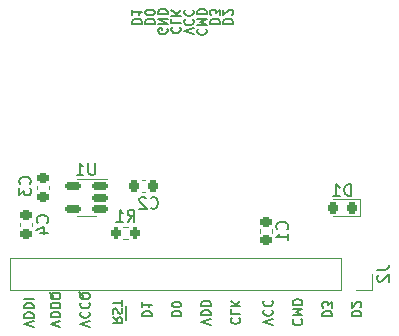
<source format=gbr>
%TF.GenerationSoftware,KiCad,Pcbnew,7.0.7*%
%TF.CreationDate,2023-10-03T14:25:23+02:00*%
%TF.ProjectId,emmc-adapter,656d6d63-2d61-4646-9170-7465722e6b69,rev?*%
%TF.SameCoordinates,Original*%
%TF.FileFunction,Legend,Bot*%
%TF.FilePolarity,Positive*%
%FSLAX46Y46*%
G04 Gerber Fmt 4.6, Leading zero omitted, Abs format (unit mm)*
G04 Created by KiCad (PCBNEW 7.0.7) date 2023-10-03 14:25:23*
%MOMM*%
%LPD*%
G01*
G04 APERTURE LIST*
G04 Aperture macros list*
%AMRoundRect*
0 Rectangle with rounded corners*
0 $1 Rounding radius*
0 $2 $3 $4 $5 $6 $7 $8 $9 X,Y pos of 4 corners*
0 Add a 4 corners polygon primitive as box body*
4,1,4,$2,$3,$4,$5,$6,$7,$8,$9,$2,$3,0*
0 Add four circle primitives for the rounded corners*
1,1,$1+$1,$2,$3*
1,1,$1+$1,$4,$5*
1,1,$1+$1,$6,$7*
1,1,$1+$1,$8,$9*
0 Add four rect primitives between the rounded corners*
20,1,$1+$1,$2,$3,$4,$5,0*
20,1,$1+$1,$4,$5,$6,$7,0*
20,1,$1+$1,$6,$7,$8,$9,0*
20,1,$1+$1,$8,$9,$2,$3,0*%
G04 Aperture macros list end*
%ADD10C,0.150000*%
%ADD11C,0.120000*%
%ADD12C,1.000000*%
%ADD13R,0.800000X2.900000*%
%ADD14R,0.800000X3.200000*%
%ADD15R,1.700000X1.700000*%
%ADD16O,1.700000X1.700000*%
%ADD17RoundRect,0.225000X0.250000X-0.225000X0.250000X0.225000X-0.250000X0.225000X-0.250000X-0.225000X0*%
%ADD18RoundRect,0.200000X0.200000X0.275000X-0.200000X0.275000X-0.200000X-0.275000X0.200000X-0.275000X0*%
%ADD19RoundRect,0.225000X-0.225000X-0.250000X0.225000X-0.250000X0.225000X0.250000X-0.225000X0.250000X0*%
%ADD20RoundRect,0.218750X0.218750X0.256250X-0.218750X0.256250X-0.218750X-0.256250X0.218750X-0.256250X0*%
%ADD21RoundRect,0.150000X0.512500X0.150000X-0.512500X0.150000X-0.512500X-0.150000X0.512500X-0.150000X0*%
G04 APERTURE END LIST*
D10*
X120637704Y-56590475D02*
X121437704Y-56590475D01*
X121437704Y-56590475D02*
X121437704Y-56399999D01*
X121437704Y-56399999D02*
X121399609Y-56285713D01*
X121399609Y-56285713D02*
X121323419Y-56209523D01*
X121323419Y-56209523D02*
X121247228Y-56171428D01*
X121247228Y-56171428D02*
X121094847Y-56133332D01*
X121094847Y-56133332D02*
X120980561Y-56133332D01*
X120980561Y-56133332D02*
X120828180Y-56171428D01*
X120828180Y-56171428D02*
X120751990Y-56209523D01*
X120751990Y-56209523D02*
X120675800Y-56285713D01*
X120675800Y-56285713D02*
X120637704Y-56399999D01*
X120637704Y-56399999D02*
X120637704Y-56590475D01*
X121437704Y-55866666D02*
X121437704Y-55371428D01*
X121437704Y-55371428D02*
X121132942Y-55638094D01*
X121132942Y-55638094D02*
X121132942Y-55523809D01*
X121132942Y-55523809D02*
X121094847Y-55447618D01*
X121094847Y-55447618D02*
X121056752Y-55409523D01*
X121056752Y-55409523D02*
X120980561Y-55371428D01*
X120980561Y-55371428D02*
X120790085Y-55371428D01*
X120790085Y-55371428D02*
X120713895Y-55409523D01*
X120713895Y-55409523D02*
X120675800Y-55447618D01*
X120675800Y-55447618D02*
X120637704Y-55523809D01*
X120637704Y-55523809D02*
X120637704Y-55752380D01*
X120637704Y-55752380D02*
X120675800Y-55828571D01*
X120675800Y-55828571D02*
X120713895Y-55866666D01*
X119613895Y-57009523D02*
X119575800Y-57047619D01*
X119575800Y-57047619D02*
X119537704Y-57161904D01*
X119537704Y-57161904D02*
X119537704Y-57238095D01*
X119537704Y-57238095D02*
X119575800Y-57352381D01*
X119575800Y-57352381D02*
X119651990Y-57428571D01*
X119651990Y-57428571D02*
X119728180Y-57466666D01*
X119728180Y-57466666D02*
X119880561Y-57504762D01*
X119880561Y-57504762D02*
X119994847Y-57504762D01*
X119994847Y-57504762D02*
X120147228Y-57466666D01*
X120147228Y-57466666D02*
X120223419Y-57428571D01*
X120223419Y-57428571D02*
X120299609Y-57352381D01*
X120299609Y-57352381D02*
X120337704Y-57238095D01*
X120337704Y-57238095D02*
X120337704Y-57161904D01*
X120337704Y-57161904D02*
X120299609Y-57047619D01*
X120299609Y-57047619D02*
X120261514Y-57009523D01*
X119537704Y-56666666D02*
X120337704Y-56666666D01*
X120337704Y-56666666D02*
X119766276Y-56400000D01*
X119766276Y-56400000D02*
X120337704Y-56133333D01*
X120337704Y-56133333D02*
X119537704Y-56133333D01*
X119537704Y-55752380D02*
X120337704Y-55752380D01*
X120337704Y-55752380D02*
X120337704Y-55561904D01*
X120337704Y-55561904D02*
X120299609Y-55447618D01*
X120299609Y-55447618D02*
X120223419Y-55371428D01*
X120223419Y-55371428D02*
X120147228Y-55333333D01*
X120147228Y-55333333D02*
X119994847Y-55295237D01*
X119994847Y-55295237D02*
X119880561Y-55295237D01*
X119880561Y-55295237D02*
X119728180Y-55333333D01*
X119728180Y-55333333D02*
X119651990Y-55371428D01*
X119651990Y-55371428D02*
X119575800Y-55447618D01*
X119575800Y-55447618D02*
X119537704Y-55561904D01*
X119537704Y-55561904D02*
X119537704Y-55752380D01*
X119237704Y-57466666D02*
X118437704Y-57199999D01*
X118437704Y-57199999D02*
X119237704Y-56933333D01*
X118513895Y-56209523D02*
X118475800Y-56247619D01*
X118475800Y-56247619D02*
X118437704Y-56361904D01*
X118437704Y-56361904D02*
X118437704Y-56438095D01*
X118437704Y-56438095D02*
X118475800Y-56552381D01*
X118475800Y-56552381D02*
X118551990Y-56628571D01*
X118551990Y-56628571D02*
X118628180Y-56666666D01*
X118628180Y-56666666D02*
X118780561Y-56704762D01*
X118780561Y-56704762D02*
X118894847Y-56704762D01*
X118894847Y-56704762D02*
X119047228Y-56666666D01*
X119047228Y-56666666D02*
X119123419Y-56628571D01*
X119123419Y-56628571D02*
X119199609Y-56552381D01*
X119199609Y-56552381D02*
X119237704Y-56438095D01*
X119237704Y-56438095D02*
X119237704Y-56361904D01*
X119237704Y-56361904D02*
X119199609Y-56247619D01*
X119199609Y-56247619D02*
X119161514Y-56209523D01*
X118513895Y-55409523D02*
X118475800Y-55447619D01*
X118475800Y-55447619D02*
X118437704Y-55561904D01*
X118437704Y-55561904D02*
X118437704Y-55638095D01*
X118437704Y-55638095D02*
X118475800Y-55752381D01*
X118475800Y-55752381D02*
X118551990Y-55828571D01*
X118551990Y-55828571D02*
X118628180Y-55866666D01*
X118628180Y-55866666D02*
X118780561Y-55904762D01*
X118780561Y-55904762D02*
X118894847Y-55904762D01*
X118894847Y-55904762D02*
X119047228Y-55866666D01*
X119047228Y-55866666D02*
X119123419Y-55828571D01*
X119123419Y-55828571D02*
X119199609Y-55752381D01*
X119199609Y-55752381D02*
X119237704Y-55638095D01*
X119237704Y-55638095D02*
X119237704Y-55561904D01*
X119237704Y-55561904D02*
X119199609Y-55447619D01*
X119199609Y-55447619D02*
X119161514Y-55409523D01*
X117413895Y-56876189D02*
X117375800Y-56914285D01*
X117375800Y-56914285D02*
X117337704Y-57028570D01*
X117337704Y-57028570D02*
X117337704Y-57104761D01*
X117337704Y-57104761D02*
X117375800Y-57219047D01*
X117375800Y-57219047D02*
X117451990Y-57295237D01*
X117451990Y-57295237D02*
X117528180Y-57333332D01*
X117528180Y-57333332D02*
X117680561Y-57371428D01*
X117680561Y-57371428D02*
X117794847Y-57371428D01*
X117794847Y-57371428D02*
X117947228Y-57333332D01*
X117947228Y-57333332D02*
X118023419Y-57295237D01*
X118023419Y-57295237D02*
X118099609Y-57219047D01*
X118099609Y-57219047D02*
X118137704Y-57104761D01*
X118137704Y-57104761D02*
X118137704Y-57028570D01*
X118137704Y-57028570D02*
X118099609Y-56914285D01*
X118099609Y-56914285D02*
X118061514Y-56876189D01*
X117337704Y-56152380D02*
X117337704Y-56533332D01*
X117337704Y-56533332D02*
X118137704Y-56533332D01*
X117337704Y-55885713D02*
X118137704Y-55885713D01*
X117337704Y-55428570D02*
X117794847Y-55771428D01*
X118137704Y-55428570D02*
X117680561Y-55885713D01*
X116985609Y-56997523D02*
X117023704Y-57073713D01*
X117023704Y-57073713D02*
X117023704Y-57187999D01*
X117023704Y-57187999D02*
X116985609Y-57302285D01*
X116985609Y-57302285D02*
X116909419Y-57378475D01*
X116909419Y-57378475D02*
X116833228Y-57416570D01*
X116833228Y-57416570D02*
X116680847Y-57454666D01*
X116680847Y-57454666D02*
X116566561Y-57454666D01*
X116566561Y-57454666D02*
X116414180Y-57416570D01*
X116414180Y-57416570D02*
X116337990Y-57378475D01*
X116337990Y-57378475D02*
X116261800Y-57302285D01*
X116261800Y-57302285D02*
X116223704Y-57187999D01*
X116223704Y-57187999D02*
X116223704Y-57111808D01*
X116223704Y-57111808D02*
X116261800Y-56997523D01*
X116261800Y-56997523D02*
X116299895Y-56959427D01*
X116299895Y-56959427D02*
X116566561Y-56959427D01*
X116566561Y-56959427D02*
X116566561Y-57111808D01*
X116223704Y-56616570D02*
X117023704Y-56616570D01*
X117023704Y-56616570D02*
X116223704Y-56159427D01*
X116223704Y-56159427D02*
X117023704Y-56159427D01*
X116223704Y-55778475D02*
X117023704Y-55778475D01*
X117023704Y-55778475D02*
X117023704Y-55587999D01*
X117023704Y-55587999D02*
X116985609Y-55473713D01*
X116985609Y-55473713D02*
X116909419Y-55397523D01*
X116909419Y-55397523D02*
X116833228Y-55359428D01*
X116833228Y-55359428D02*
X116680847Y-55321332D01*
X116680847Y-55321332D02*
X116566561Y-55321332D01*
X116566561Y-55321332D02*
X116414180Y-55359428D01*
X116414180Y-55359428D02*
X116337990Y-55397523D01*
X116337990Y-55397523D02*
X116261800Y-55473713D01*
X116261800Y-55473713D02*
X116223704Y-55587999D01*
X116223704Y-55587999D02*
X116223704Y-55778475D01*
X115137704Y-56590475D02*
X115937704Y-56590475D01*
X115937704Y-56590475D02*
X115937704Y-56399999D01*
X115937704Y-56399999D02*
X115899609Y-56285713D01*
X115899609Y-56285713D02*
X115823419Y-56209523D01*
X115823419Y-56209523D02*
X115747228Y-56171428D01*
X115747228Y-56171428D02*
X115594847Y-56133332D01*
X115594847Y-56133332D02*
X115480561Y-56133332D01*
X115480561Y-56133332D02*
X115328180Y-56171428D01*
X115328180Y-56171428D02*
X115251990Y-56209523D01*
X115251990Y-56209523D02*
X115175800Y-56285713D01*
X115175800Y-56285713D02*
X115137704Y-56399999D01*
X115137704Y-56399999D02*
X115137704Y-56590475D01*
X115937704Y-55638094D02*
X115937704Y-55561904D01*
X115937704Y-55561904D02*
X115899609Y-55485713D01*
X115899609Y-55485713D02*
X115861514Y-55447618D01*
X115861514Y-55447618D02*
X115785323Y-55409523D01*
X115785323Y-55409523D02*
X115632942Y-55371428D01*
X115632942Y-55371428D02*
X115442466Y-55371428D01*
X115442466Y-55371428D02*
X115290085Y-55409523D01*
X115290085Y-55409523D02*
X115213895Y-55447618D01*
X115213895Y-55447618D02*
X115175800Y-55485713D01*
X115175800Y-55485713D02*
X115137704Y-55561904D01*
X115137704Y-55561904D02*
X115137704Y-55638094D01*
X115137704Y-55638094D02*
X115175800Y-55714285D01*
X115175800Y-55714285D02*
X115213895Y-55752380D01*
X115213895Y-55752380D02*
X115290085Y-55790475D01*
X115290085Y-55790475D02*
X115442466Y-55828571D01*
X115442466Y-55828571D02*
X115632942Y-55828571D01*
X115632942Y-55828571D02*
X115785323Y-55790475D01*
X115785323Y-55790475D02*
X115861514Y-55752380D01*
X115861514Y-55752380D02*
X115899609Y-55714285D01*
X115899609Y-55714285D02*
X115937704Y-55638094D01*
X114037704Y-56590475D02*
X114837704Y-56590475D01*
X114837704Y-56590475D02*
X114837704Y-56399999D01*
X114837704Y-56399999D02*
X114799609Y-56285713D01*
X114799609Y-56285713D02*
X114723419Y-56209523D01*
X114723419Y-56209523D02*
X114647228Y-56171428D01*
X114647228Y-56171428D02*
X114494847Y-56133332D01*
X114494847Y-56133332D02*
X114380561Y-56133332D01*
X114380561Y-56133332D02*
X114228180Y-56171428D01*
X114228180Y-56171428D02*
X114151990Y-56209523D01*
X114151990Y-56209523D02*
X114075800Y-56285713D01*
X114075800Y-56285713D02*
X114037704Y-56399999D01*
X114037704Y-56399999D02*
X114037704Y-56590475D01*
X114037704Y-55371428D02*
X114037704Y-55828571D01*
X114037704Y-55599999D02*
X114837704Y-55599999D01*
X114837704Y-55599999D02*
X114723419Y-55676190D01*
X114723419Y-55676190D02*
X114647228Y-55752380D01*
X114647228Y-55752380D02*
X114609133Y-55828571D01*
X121737704Y-56590475D02*
X122537704Y-56590475D01*
X122537704Y-56590475D02*
X122537704Y-56399999D01*
X122537704Y-56399999D02*
X122499609Y-56285713D01*
X122499609Y-56285713D02*
X122423419Y-56209523D01*
X122423419Y-56209523D02*
X122347228Y-56171428D01*
X122347228Y-56171428D02*
X122194847Y-56133332D01*
X122194847Y-56133332D02*
X122080561Y-56133332D01*
X122080561Y-56133332D02*
X121928180Y-56171428D01*
X121928180Y-56171428D02*
X121851990Y-56209523D01*
X121851990Y-56209523D02*
X121775800Y-56285713D01*
X121775800Y-56285713D02*
X121737704Y-56399999D01*
X121737704Y-56399999D02*
X121737704Y-56590475D01*
X122461514Y-55828571D02*
X122499609Y-55790475D01*
X122499609Y-55790475D02*
X122537704Y-55714285D01*
X122537704Y-55714285D02*
X122537704Y-55523809D01*
X122537704Y-55523809D02*
X122499609Y-55447618D01*
X122499609Y-55447618D02*
X122461514Y-55409523D01*
X122461514Y-55409523D02*
X122385323Y-55371428D01*
X122385323Y-55371428D02*
X122309133Y-55371428D01*
X122309133Y-55371428D02*
X122194847Y-55409523D01*
X122194847Y-55409523D02*
X121737704Y-55866666D01*
X121737704Y-55866666D02*
X121737704Y-55371428D01*
X117387704Y-81340475D02*
X118187704Y-81340475D01*
X118187704Y-81340475D02*
X118187704Y-81149999D01*
X118187704Y-81149999D02*
X118149609Y-81035713D01*
X118149609Y-81035713D02*
X118073419Y-80959523D01*
X118073419Y-80959523D02*
X117997228Y-80921428D01*
X117997228Y-80921428D02*
X117844847Y-80883332D01*
X117844847Y-80883332D02*
X117730561Y-80883332D01*
X117730561Y-80883332D02*
X117578180Y-80921428D01*
X117578180Y-80921428D02*
X117501990Y-80959523D01*
X117501990Y-80959523D02*
X117425800Y-81035713D01*
X117425800Y-81035713D02*
X117387704Y-81149999D01*
X117387704Y-81149999D02*
X117387704Y-81340475D01*
X118187704Y-80388094D02*
X118187704Y-80311904D01*
X118187704Y-80311904D02*
X118149609Y-80235713D01*
X118149609Y-80235713D02*
X118111514Y-80197618D01*
X118111514Y-80197618D02*
X118035323Y-80159523D01*
X118035323Y-80159523D02*
X117882942Y-80121428D01*
X117882942Y-80121428D02*
X117692466Y-80121428D01*
X117692466Y-80121428D02*
X117540085Y-80159523D01*
X117540085Y-80159523D02*
X117463895Y-80197618D01*
X117463895Y-80197618D02*
X117425800Y-80235713D01*
X117425800Y-80235713D02*
X117387704Y-80311904D01*
X117387704Y-80311904D02*
X117387704Y-80388094D01*
X117387704Y-80388094D02*
X117425800Y-80464285D01*
X117425800Y-80464285D02*
X117463895Y-80502380D01*
X117463895Y-80502380D02*
X117540085Y-80540475D01*
X117540085Y-80540475D02*
X117692466Y-80578571D01*
X117692466Y-80578571D02*
X117882942Y-80578571D01*
X117882942Y-80578571D02*
X118035323Y-80540475D01*
X118035323Y-80540475D02*
X118111514Y-80502380D01*
X118111514Y-80502380D02*
X118149609Y-80464285D01*
X118149609Y-80464285D02*
X118187704Y-80388094D01*
X105687704Y-82257142D02*
X104887704Y-81990475D01*
X104887704Y-81990475D02*
X105687704Y-81723809D01*
X104887704Y-81457142D02*
X105687704Y-81457142D01*
X105687704Y-81457142D02*
X105687704Y-81266666D01*
X105687704Y-81266666D02*
X105649609Y-81152380D01*
X105649609Y-81152380D02*
X105573419Y-81076190D01*
X105573419Y-81076190D02*
X105497228Y-81038095D01*
X105497228Y-81038095D02*
X105344847Y-80999999D01*
X105344847Y-80999999D02*
X105230561Y-80999999D01*
X105230561Y-80999999D02*
X105078180Y-81038095D01*
X105078180Y-81038095D02*
X105001990Y-81076190D01*
X105001990Y-81076190D02*
X104925800Y-81152380D01*
X104925800Y-81152380D02*
X104887704Y-81266666D01*
X104887704Y-81266666D02*
X104887704Y-81457142D01*
X104887704Y-80657142D02*
X105687704Y-80657142D01*
X105687704Y-80657142D02*
X105687704Y-80466666D01*
X105687704Y-80466666D02*
X105649609Y-80352380D01*
X105649609Y-80352380D02*
X105573419Y-80276190D01*
X105573419Y-80276190D02*
X105497228Y-80238095D01*
X105497228Y-80238095D02*
X105344847Y-80199999D01*
X105344847Y-80199999D02*
X105230561Y-80199999D01*
X105230561Y-80199999D02*
X105078180Y-80238095D01*
X105078180Y-80238095D02*
X105001990Y-80276190D01*
X105001990Y-80276190D02*
X104925800Y-80352380D01*
X104925800Y-80352380D02*
X104887704Y-80466666D01*
X104887704Y-80466666D02*
X104887704Y-80657142D01*
X104887704Y-79857142D02*
X105687704Y-79857142D01*
X113499999Y-81628961D02*
X113499999Y-80486104D01*
X125937704Y-82066666D02*
X125137704Y-81799999D01*
X125137704Y-81799999D02*
X125937704Y-81533333D01*
X125213895Y-80809523D02*
X125175800Y-80847619D01*
X125175800Y-80847619D02*
X125137704Y-80961904D01*
X125137704Y-80961904D02*
X125137704Y-81038095D01*
X125137704Y-81038095D02*
X125175800Y-81152381D01*
X125175800Y-81152381D02*
X125251990Y-81228571D01*
X125251990Y-81228571D02*
X125328180Y-81266666D01*
X125328180Y-81266666D02*
X125480561Y-81304762D01*
X125480561Y-81304762D02*
X125594847Y-81304762D01*
X125594847Y-81304762D02*
X125747228Y-81266666D01*
X125747228Y-81266666D02*
X125823419Y-81228571D01*
X125823419Y-81228571D02*
X125899609Y-81152381D01*
X125899609Y-81152381D02*
X125937704Y-81038095D01*
X125937704Y-81038095D02*
X125937704Y-80961904D01*
X125937704Y-80961904D02*
X125899609Y-80847619D01*
X125899609Y-80847619D02*
X125861514Y-80809523D01*
X125213895Y-80009523D02*
X125175800Y-80047619D01*
X125175800Y-80047619D02*
X125137704Y-80161904D01*
X125137704Y-80161904D02*
X125137704Y-80238095D01*
X125137704Y-80238095D02*
X125175800Y-80352381D01*
X125175800Y-80352381D02*
X125251990Y-80428571D01*
X125251990Y-80428571D02*
X125328180Y-80466666D01*
X125328180Y-80466666D02*
X125480561Y-80504762D01*
X125480561Y-80504762D02*
X125594847Y-80504762D01*
X125594847Y-80504762D02*
X125747228Y-80466666D01*
X125747228Y-80466666D02*
X125823419Y-80428571D01*
X125823419Y-80428571D02*
X125899609Y-80352381D01*
X125899609Y-80352381D02*
X125937704Y-80238095D01*
X125937704Y-80238095D02*
X125937704Y-80161904D01*
X125937704Y-80161904D02*
X125899609Y-80047619D01*
X125899609Y-80047619D02*
X125861514Y-80009523D01*
X122463895Y-81476189D02*
X122425800Y-81514285D01*
X122425800Y-81514285D02*
X122387704Y-81628570D01*
X122387704Y-81628570D02*
X122387704Y-81704761D01*
X122387704Y-81704761D02*
X122425800Y-81819047D01*
X122425800Y-81819047D02*
X122501990Y-81895237D01*
X122501990Y-81895237D02*
X122578180Y-81933332D01*
X122578180Y-81933332D02*
X122730561Y-81971428D01*
X122730561Y-81971428D02*
X122844847Y-81971428D01*
X122844847Y-81971428D02*
X122997228Y-81933332D01*
X122997228Y-81933332D02*
X123073419Y-81895237D01*
X123073419Y-81895237D02*
X123149609Y-81819047D01*
X123149609Y-81819047D02*
X123187704Y-81704761D01*
X123187704Y-81704761D02*
X123187704Y-81628570D01*
X123187704Y-81628570D02*
X123149609Y-81514285D01*
X123149609Y-81514285D02*
X123111514Y-81476189D01*
X122387704Y-80752380D02*
X122387704Y-81133332D01*
X122387704Y-81133332D02*
X123187704Y-81133332D01*
X122387704Y-80485713D02*
X123187704Y-80485713D01*
X122387704Y-80028570D02*
X122844847Y-80371428D01*
X123187704Y-80028570D02*
X122730561Y-80485713D01*
X120687704Y-82066666D02*
X119887704Y-81799999D01*
X119887704Y-81799999D02*
X120687704Y-81533333D01*
X119887704Y-81266666D02*
X120687704Y-81266666D01*
X120687704Y-81266666D02*
X120687704Y-81076190D01*
X120687704Y-81076190D02*
X120649609Y-80961904D01*
X120649609Y-80961904D02*
X120573419Y-80885714D01*
X120573419Y-80885714D02*
X120497228Y-80847619D01*
X120497228Y-80847619D02*
X120344847Y-80809523D01*
X120344847Y-80809523D02*
X120230561Y-80809523D01*
X120230561Y-80809523D02*
X120078180Y-80847619D01*
X120078180Y-80847619D02*
X120001990Y-80885714D01*
X120001990Y-80885714D02*
X119925800Y-80961904D01*
X119925800Y-80961904D02*
X119887704Y-81076190D01*
X119887704Y-81076190D02*
X119887704Y-81266666D01*
X119887704Y-80466666D02*
X120687704Y-80466666D01*
X120687704Y-80466666D02*
X120687704Y-80276190D01*
X120687704Y-80276190D02*
X120649609Y-80161904D01*
X120649609Y-80161904D02*
X120573419Y-80085714D01*
X120573419Y-80085714D02*
X120497228Y-80047619D01*
X120497228Y-80047619D02*
X120344847Y-80009523D01*
X120344847Y-80009523D02*
X120230561Y-80009523D01*
X120230561Y-80009523D02*
X120078180Y-80047619D01*
X120078180Y-80047619D02*
X120001990Y-80085714D01*
X120001990Y-80085714D02*
X119925800Y-80161904D01*
X119925800Y-80161904D02*
X119887704Y-80276190D01*
X119887704Y-80276190D02*
X119887704Y-80466666D01*
X110437704Y-82235713D02*
X109637704Y-81969046D01*
X109637704Y-81969046D02*
X110437704Y-81702380D01*
X109713895Y-80978570D02*
X109675800Y-81016666D01*
X109675800Y-81016666D02*
X109637704Y-81130951D01*
X109637704Y-81130951D02*
X109637704Y-81207142D01*
X109637704Y-81207142D02*
X109675800Y-81321428D01*
X109675800Y-81321428D02*
X109751990Y-81397618D01*
X109751990Y-81397618D02*
X109828180Y-81435713D01*
X109828180Y-81435713D02*
X109980561Y-81473809D01*
X109980561Y-81473809D02*
X110094847Y-81473809D01*
X110094847Y-81473809D02*
X110247228Y-81435713D01*
X110247228Y-81435713D02*
X110323419Y-81397618D01*
X110323419Y-81397618D02*
X110399609Y-81321428D01*
X110399609Y-81321428D02*
X110437704Y-81207142D01*
X110437704Y-81207142D02*
X110437704Y-81130951D01*
X110437704Y-81130951D02*
X110399609Y-81016666D01*
X110399609Y-81016666D02*
X110361514Y-80978570D01*
X109713895Y-80178570D02*
X109675800Y-80216666D01*
X109675800Y-80216666D02*
X109637704Y-80330951D01*
X109637704Y-80330951D02*
X109637704Y-80407142D01*
X109637704Y-80407142D02*
X109675800Y-80521428D01*
X109675800Y-80521428D02*
X109751990Y-80597618D01*
X109751990Y-80597618D02*
X109828180Y-80635713D01*
X109828180Y-80635713D02*
X109980561Y-80673809D01*
X109980561Y-80673809D02*
X110094847Y-80673809D01*
X110094847Y-80673809D02*
X110247228Y-80635713D01*
X110247228Y-80635713D02*
X110323419Y-80597618D01*
X110323419Y-80597618D02*
X110399609Y-80521428D01*
X110399609Y-80521428D02*
X110437704Y-80407142D01*
X110437704Y-80407142D02*
X110437704Y-80330951D01*
X110437704Y-80330951D02*
X110399609Y-80216666D01*
X110399609Y-80216666D02*
X110361514Y-80178570D01*
X109561514Y-79302380D02*
X109599609Y-79378570D01*
X109599609Y-79378570D02*
X109675800Y-79454761D01*
X109675800Y-79454761D02*
X109790085Y-79569047D01*
X109790085Y-79569047D02*
X109828180Y-79645237D01*
X109828180Y-79645237D02*
X109828180Y-79721428D01*
X109637704Y-79683332D02*
X109675800Y-79759523D01*
X109675800Y-79759523D02*
X109751990Y-79835713D01*
X109751990Y-79835713D02*
X109904371Y-79873809D01*
X109904371Y-79873809D02*
X110171038Y-79873809D01*
X110171038Y-79873809D02*
X110323419Y-79835713D01*
X110323419Y-79835713D02*
X110399609Y-79759523D01*
X110399609Y-79759523D02*
X110437704Y-79683332D01*
X110437704Y-79683332D02*
X110437704Y-79530951D01*
X110437704Y-79530951D02*
X110399609Y-79454761D01*
X110399609Y-79454761D02*
X110323419Y-79378570D01*
X110323419Y-79378570D02*
X110171038Y-79340475D01*
X110171038Y-79340475D02*
X109904371Y-79340475D01*
X109904371Y-79340475D02*
X109751990Y-79378570D01*
X109751990Y-79378570D02*
X109675800Y-79454761D01*
X109675800Y-79454761D02*
X109637704Y-79530951D01*
X109637704Y-79530951D02*
X109637704Y-79683332D01*
X112387704Y-81438094D02*
X112768657Y-81704761D01*
X112387704Y-81895237D02*
X113187704Y-81895237D01*
X113187704Y-81895237D02*
X113187704Y-81590475D01*
X113187704Y-81590475D02*
X113149609Y-81514285D01*
X113149609Y-81514285D02*
X113111514Y-81476190D01*
X113111514Y-81476190D02*
X113035323Y-81438094D01*
X113035323Y-81438094D02*
X112921038Y-81438094D01*
X112921038Y-81438094D02*
X112844847Y-81476190D01*
X112844847Y-81476190D02*
X112806752Y-81514285D01*
X112806752Y-81514285D02*
X112768657Y-81590475D01*
X112768657Y-81590475D02*
X112768657Y-81895237D01*
X112425800Y-81133333D02*
X112387704Y-81019047D01*
X112387704Y-81019047D02*
X112387704Y-80828571D01*
X112387704Y-80828571D02*
X112425800Y-80752380D01*
X112425800Y-80752380D02*
X112463895Y-80714285D01*
X112463895Y-80714285D02*
X112540085Y-80676190D01*
X112540085Y-80676190D02*
X112616276Y-80676190D01*
X112616276Y-80676190D02*
X112692466Y-80714285D01*
X112692466Y-80714285D02*
X112730561Y-80752380D01*
X112730561Y-80752380D02*
X112768657Y-80828571D01*
X112768657Y-80828571D02*
X112806752Y-80980952D01*
X112806752Y-80980952D02*
X112844847Y-81057142D01*
X112844847Y-81057142D02*
X112882942Y-81095237D01*
X112882942Y-81095237D02*
X112959133Y-81133333D01*
X112959133Y-81133333D02*
X113035323Y-81133333D01*
X113035323Y-81133333D02*
X113111514Y-81095237D01*
X113111514Y-81095237D02*
X113149609Y-81057142D01*
X113149609Y-81057142D02*
X113187704Y-80980952D01*
X113187704Y-80980952D02*
X113187704Y-80790475D01*
X113187704Y-80790475D02*
X113149609Y-80676190D01*
X113187704Y-80447618D02*
X113187704Y-79990475D01*
X112387704Y-80219047D02*
X113187704Y-80219047D01*
X130137704Y-81340475D02*
X130937704Y-81340475D01*
X130937704Y-81340475D02*
X130937704Y-81149999D01*
X130937704Y-81149999D02*
X130899609Y-81035713D01*
X130899609Y-81035713D02*
X130823419Y-80959523D01*
X130823419Y-80959523D02*
X130747228Y-80921428D01*
X130747228Y-80921428D02*
X130594847Y-80883332D01*
X130594847Y-80883332D02*
X130480561Y-80883332D01*
X130480561Y-80883332D02*
X130328180Y-80921428D01*
X130328180Y-80921428D02*
X130251990Y-80959523D01*
X130251990Y-80959523D02*
X130175800Y-81035713D01*
X130175800Y-81035713D02*
X130137704Y-81149999D01*
X130137704Y-81149999D02*
X130137704Y-81340475D01*
X130937704Y-80616666D02*
X130937704Y-80121428D01*
X130937704Y-80121428D02*
X130632942Y-80388094D01*
X130632942Y-80388094D02*
X130632942Y-80273809D01*
X130632942Y-80273809D02*
X130594847Y-80197618D01*
X130594847Y-80197618D02*
X130556752Y-80159523D01*
X130556752Y-80159523D02*
X130480561Y-80121428D01*
X130480561Y-80121428D02*
X130290085Y-80121428D01*
X130290085Y-80121428D02*
X130213895Y-80159523D01*
X130213895Y-80159523D02*
X130175800Y-80197618D01*
X130175800Y-80197618D02*
X130137704Y-80273809D01*
X130137704Y-80273809D02*
X130137704Y-80502380D01*
X130137704Y-80502380D02*
X130175800Y-80578571D01*
X130175800Y-80578571D02*
X130213895Y-80616666D01*
X132637704Y-81340475D02*
X133437704Y-81340475D01*
X133437704Y-81340475D02*
X133437704Y-81149999D01*
X133437704Y-81149999D02*
X133399609Y-81035713D01*
X133399609Y-81035713D02*
X133323419Y-80959523D01*
X133323419Y-80959523D02*
X133247228Y-80921428D01*
X133247228Y-80921428D02*
X133094847Y-80883332D01*
X133094847Y-80883332D02*
X132980561Y-80883332D01*
X132980561Y-80883332D02*
X132828180Y-80921428D01*
X132828180Y-80921428D02*
X132751990Y-80959523D01*
X132751990Y-80959523D02*
X132675800Y-81035713D01*
X132675800Y-81035713D02*
X132637704Y-81149999D01*
X132637704Y-81149999D02*
X132637704Y-81340475D01*
X133361514Y-80578571D02*
X133399609Y-80540475D01*
X133399609Y-80540475D02*
X133437704Y-80464285D01*
X133437704Y-80464285D02*
X133437704Y-80273809D01*
X133437704Y-80273809D02*
X133399609Y-80197618D01*
X133399609Y-80197618D02*
X133361514Y-80159523D01*
X133361514Y-80159523D02*
X133285323Y-80121428D01*
X133285323Y-80121428D02*
X133209133Y-80121428D01*
X133209133Y-80121428D02*
X133094847Y-80159523D01*
X133094847Y-80159523D02*
X132637704Y-80616666D01*
X132637704Y-80616666D02*
X132637704Y-80121428D01*
X107937704Y-82235713D02*
X107137704Y-81969046D01*
X107137704Y-81969046D02*
X107937704Y-81702380D01*
X107137704Y-81435713D02*
X107937704Y-81435713D01*
X107937704Y-81435713D02*
X107937704Y-81245237D01*
X107937704Y-81245237D02*
X107899609Y-81130951D01*
X107899609Y-81130951D02*
X107823419Y-81054761D01*
X107823419Y-81054761D02*
X107747228Y-81016666D01*
X107747228Y-81016666D02*
X107594847Y-80978570D01*
X107594847Y-80978570D02*
X107480561Y-80978570D01*
X107480561Y-80978570D02*
X107328180Y-81016666D01*
X107328180Y-81016666D02*
X107251990Y-81054761D01*
X107251990Y-81054761D02*
X107175800Y-81130951D01*
X107175800Y-81130951D02*
X107137704Y-81245237D01*
X107137704Y-81245237D02*
X107137704Y-81435713D01*
X107137704Y-80635713D02*
X107937704Y-80635713D01*
X107937704Y-80635713D02*
X107937704Y-80445237D01*
X107937704Y-80445237D02*
X107899609Y-80330951D01*
X107899609Y-80330951D02*
X107823419Y-80254761D01*
X107823419Y-80254761D02*
X107747228Y-80216666D01*
X107747228Y-80216666D02*
X107594847Y-80178570D01*
X107594847Y-80178570D02*
X107480561Y-80178570D01*
X107480561Y-80178570D02*
X107328180Y-80216666D01*
X107328180Y-80216666D02*
X107251990Y-80254761D01*
X107251990Y-80254761D02*
X107175800Y-80330951D01*
X107175800Y-80330951D02*
X107137704Y-80445237D01*
X107137704Y-80445237D02*
X107137704Y-80635713D01*
X107061514Y-79302380D02*
X107099609Y-79378570D01*
X107099609Y-79378570D02*
X107175800Y-79454761D01*
X107175800Y-79454761D02*
X107290085Y-79569047D01*
X107290085Y-79569047D02*
X107328180Y-79645237D01*
X107328180Y-79645237D02*
X107328180Y-79721428D01*
X107137704Y-79683332D02*
X107175800Y-79759523D01*
X107175800Y-79759523D02*
X107251990Y-79835713D01*
X107251990Y-79835713D02*
X107404371Y-79873809D01*
X107404371Y-79873809D02*
X107671038Y-79873809D01*
X107671038Y-79873809D02*
X107823419Y-79835713D01*
X107823419Y-79835713D02*
X107899609Y-79759523D01*
X107899609Y-79759523D02*
X107937704Y-79683332D01*
X107937704Y-79683332D02*
X107937704Y-79530951D01*
X107937704Y-79530951D02*
X107899609Y-79454761D01*
X107899609Y-79454761D02*
X107823419Y-79378570D01*
X107823419Y-79378570D02*
X107671038Y-79340475D01*
X107671038Y-79340475D02*
X107404371Y-79340475D01*
X107404371Y-79340475D02*
X107251990Y-79378570D01*
X107251990Y-79378570D02*
X107175800Y-79454761D01*
X107175800Y-79454761D02*
X107137704Y-79530951D01*
X107137704Y-79530951D02*
X107137704Y-79683332D01*
X114887704Y-81340475D02*
X115687704Y-81340475D01*
X115687704Y-81340475D02*
X115687704Y-81149999D01*
X115687704Y-81149999D02*
X115649609Y-81035713D01*
X115649609Y-81035713D02*
X115573419Y-80959523D01*
X115573419Y-80959523D02*
X115497228Y-80921428D01*
X115497228Y-80921428D02*
X115344847Y-80883332D01*
X115344847Y-80883332D02*
X115230561Y-80883332D01*
X115230561Y-80883332D02*
X115078180Y-80921428D01*
X115078180Y-80921428D02*
X115001990Y-80959523D01*
X115001990Y-80959523D02*
X114925800Y-81035713D01*
X114925800Y-81035713D02*
X114887704Y-81149999D01*
X114887704Y-81149999D02*
X114887704Y-81340475D01*
X114887704Y-80121428D02*
X114887704Y-80578571D01*
X114887704Y-80349999D02*
X115687704Y-80349999D01*
X115687704Y-80349999D02*
X115573419Y-80426190D01*
X115573419Y-80426190D02*
X115497228Y-80502380D01*
X115497228Y-80502380D02*
X115459133Y-80578571D01*
X127713895Y-81609523D02*
X127675800Y-81647619D01*
X127675800Y-81647619D02*
X127637704Y-81761904D01*
X127637704Y-81761904D02*
X127637704Y-81838095D01*
X127637704Y-81838095D02*
X127675800Y-81952381D01*
X127675800Y-81952381D02*
X127751990Y-82028571D01*
X127751990Y-82028571D02*
X127828180Y-82066666D01*
X127828180Y-82066666D02*
X127980561Y-82104762D01*
X127980561Y-82104762D02*
X128094847Y-82104762D01*
X128094847Y-82104762D02*
X128247228Y-82066666D01*
X128247228Y-82066666D02*
X128323419Y-82028571D01*
X128323419Y-82028571D02*
X128399609Y-81952381D01*
X128399609Y-81952381D02*
X128437704Y-81838095D01*
X128437704Y-81838095D02*
X128437704Y-81761904D01*
X128437704Y-81761904D02*
X128399609Y-81647619D01*
X128399609Y-81647619D02*
X128361514Y-81609523D01*
X127637704Y-81266666D02*
X128437704Y-81266666D01*
X128437704Y-81266666D02*
X127866276Y-81000000D01*
X127866276Y-81000000D02*
X128437704Y-80733333D01*
X128437704Y-80733333D02*
X127637704Y-80733333D01*
X127637704Y-80352380D02*
X128437704Y-80352380D01*
X128437704Y-80352380D02*
X128437704Y-80161904D01*
X128437704Y-80161904D02*
X128399609Y-80047618D01*
X128399609Y-80047618D02*
X128323419Y-79971428D01*
X128323419Y-79971428D02*
X128247228Y-79933333D01*
X128247228Y-79933333D02*
X128094847Y-79895237D01*
X128094847Y-79895237D02*
X127980561Y-79895237D01*
X127980561Y-79895237D02*
X127828180Y-79933333D01*
X127828180Y-79933333D02*
X127751990Y-79971428D01*
X127751990Y-79971428D02*
X127675800Y-80047618D01*
X127675800Y-80047618D02*
X127637704Y-80161904D01*
X127637704Y-80161904D02*
X127637704Y-80352380D01*
X134759819Y-77416666D02*
X135474104Y-77416666D01*
X135474104Y-77416666D02*
X135616961Y-77369047D01*
X135616961Y-77369047D02*
X135712200Y-77273809D01*
X135712200Y-77273809D02*
X135759819Y-77130952D01*
X135759819Y-77130952D02*
X135759819Y-77035714D01*
X134855057Y-77845238D02*
X134807438Y-77892857D01*
X134807438Y-77892857D02*
X134759819Y-77988095D01*
X134759819Y-77988095D02*
X134759819Y-78226190D01*
X134759819Y-78226190D02*
X134807438Y-78321428D01*
X134807438Y-78321428D02*
X134855057Y-78369047D01*
X134855057Y-78369047D02*
X134950295Y-78416666D01*
X134950295Y-78416666D02*
X135045533Y-78416666D01*
X135045533Y-78416666D02*
X135188390Y-78369047D01*
X135188390Y-78369047D02*
X135759819Y-77797619D01*
X135759819Y-77797619D02*
X135759819Y-78416666D01*
X127139580Y-73958333D02*
X127187200Y-73910714D01*
X127187200Y-73910714D02*
X127234819Y-73767857D01*
X127234819Y-73767857D02*
X127234819Y-73672619D01*
X127234819Y-73672619D02*
X127187200Y-73529762D01*
X127187200Y-73529762D02*
X127091961Y-73434524D01*
X127091961Y-73434524D02*
X126996723Y-73386905D01*
X126996723Y-73386905D02*
X126806247Y-73339286D01*
X126806247Y-73339286D02*
X126663390Y-73339286D01*
X126663390Y-73339286D02*
X126472914Y-73386905D01*
X126472914Y-73386905D02*
X126377676Y-73434524D01*
X126377676Y-73434524D02*
X126282438Y-73529762D01*
X126282438Y-73529762D02*
X126234819Y-73672619D01*
X126234819Y-73672619D02*
X126234819Y-73767857D01*
X126234819Y-73767857D02*
X126282438Y-73910714D01*
X126282438Y-73910714D02*
X126330057Y-73958333D01*
X127234819Y-74910714D02*
X127234819Y-74339286D01*
X127234819Y-74625000D02*
X126234819Y-74625000D01*
X126234819Y-74625000D02*
X126377676Y-74529762D01*
X126377676Y-74529762D02*
X126472914Y-74434524D01*
X126472914Y-74434524D02*
X126520533Y-74339286D01*
X113641666Y-73324819D02*
X113974999Y-72848628D01*
X114213094Y-73324819D02*
X114213094Y-72324819D01*
X114213094Y-72324819D02*
X113832142Y-72324819D01*
X113832142Y-72324819D02*
X113736904Y-72372438D01*
X113736904Y-72372438D02*
X113689285Y-72420057D01*
X113689285Y-72420057D02*
X113641666Y-72515295D01*
X113641666Y-72515295D02*
X113641666Y-72658152D01*
X113641666Y-72658152D02*
X113689285Y-72753390D01*
X113689285Y-72753390D02*
X113736904Y-72801009D01*
X113736904Y-72801009D02*
X113832142Y-72848628D01*
X113832142Y-72848628D02*
X114213094Y-72848628D01*
X112689285Y-73324819D02*
X113260713Y-73324819D01*
X112974999Y-73324819D02*
X112974999Y-72324819D01*
X112974999Y-72324819D02*
X113070237Y-72467676D01*
X113070237Y-72467676D02*
X113165475Y-72562914D01*
X113165475Y-72562914D02*
X113260713Y-72610533D01*
X115586666Y-72149580D02*
X115634285Y-72197200D01*
X115634285Y-72197200D02*
X115777142Y-72244819D01*
X115777142Y-72244819D02*
X115872380Y-72244819D01*
X115872380Y-72244819D02*
X116015237Y-72197200D01*
X116015237Y-72197200D02*
X116110475Y-72101961D01*
X116110475Y-72101961D02*
X116158094Y-72006723D01*
X116158094Y-72006723D02*
X116205713Y-71816247D01*
X116205713Y-71816247D02*
X116205713Y-71673390D01*
X116205713Y-71673390D02*
X116158094Y-71482914D01*
X116158094Y-71482914D02*
X116110475Y-71387676D01*
X116110475Y-71387676D02*
X116015237Y-71292438D01*
X116015237Y-71292438D02*
X115872380Y-71244819D01*
X115872380Y-71244819D02*
X115777142Y-71244819D01*
X115777142Y-71244819D02*
X115634285Y-71292438D01*
X115634285Y-71292438D02*
X115586666Y-71340057D01*
X115205713Y-71340057D02*
X115158094Y-71292438D01*
X115158094Y-71292438D02*
X115062856Y-71244819D01*
X115062856Y-71244819D02*
X114824761Y-71244819D01*
X114824761Y-71244819D02*
X114729523Y-71292438D01*
X114729523Y-71292438D02*
X114681904Y-71340057D01*
X114681904Y-71340057D02*
X114634285Y-71435295D01*
X114634285Y-71435295D02*
X114634285Y-71530533D01*
X114634285Y-71530533D02*
X114681904Y-71673390D01*
X114681904Y-71673390D02*
X115253332Y-72244819D01*
X115253332Y-72244819D02*
X114634285Y-72244819D01*
X132564094Y-71160819D02*
X132564094Y-70160819D01*
X132564094Y-70160819D02*
X132325999Y-70160819D01*
X132325999Y-70160819D02*
X132183142Y-70208438D01*
X132183142Y-70208438D02*
X132087904Y-70303676D01*
X132087904Y-70303676D02*
X132040285Y-70398914D01*
X132040285Y-70398914D02*
X131992666Y-70589390D01*
X131992666Y-70589390D02*
X131992666Y-70732247D01*
X131992666Y-70732247D02*
X132040285Y-70922723D01*
X132040285Y-70922723D02*
X132087904Y-71017961D01*
X132087904Y-71017961D02*
X132183142Y-71113200D01*
X132183142Y-71113200D02*
X132325999Y-71160819D01*
X132325999Y-71160819D02*
X132564094Y-71160819D01*
X131040285Y-71160819D02*
X131611713Y-71160819D01*
X131325999Y-71160819D02*
X131325999Y-70160819D01*
X131325999Y-70160819D02*
X131421237Y-70303676D01*
X131421237Y-70303676D02*
X131516475Y-70398914D01*
X131516475Y-70398914D02*
X131611713Y-70446533D01*
X105369580Y-70133333D02*
X105417200Y-70085714D01*
X105417200Y-70085714D02*
X105464819Y-69942857D01*
X105464819Y-69942857D02*
X105464819Y-69847619D01*
X105464819Y-69847619D02*
X105417200Y-69704762D01*
X105417200Y-69704762D02*
X105321961Y-69609524D01*
X105321961Y-69609524D02*
X105226723Y-69561905D01*
X105226723Y-69561905D02*
X105036247Y-69514286D01*
X105036247Y-69514286D02*
X104893390Y-69514286D01*
X104893390Y-69514286D02*
X104702914Y-69561905D01*
X104702914Y-69561905D02*
X104607676Y-69609524D01*
X104607676Y-69609524D02*
X104512438Y-69704762D01*
X104512438Y-69704762D02*
X104464819Y-69847619D01*
X104464819Y-69847619D02*
X104464819Y-69942857D01*
X104464819Y-69942857D02*
X104512438Y-70085714D01*
X104512438Y-70085714D02*
X104560057Y-70133333D01*
X104464819Y-70466667D02*
X104464819Y-71085714D01*
X104464819Y-71085714D02*
X104845771Y-70752381D01*
X104845771Y-70752381D02*
X104845771Y-70895238D01*
X104845771Y-70895238D02*
X104893390Y-70990476D01*
X104893390Y-70990476D02*
X104941009Y-71038095D01*
X104941009Y-71038095D02*
X105036247Y-71085714D01*
X105036247Y-71085714D02*
X105274342Y-71085714D01*
X105274342Y-71085714D02*
X105369580Y-71038095D01*
X105369580Y-71038095D02*
X105417200Y-70990476D01*
X105417200Y-70990476D02*
X105464819Y-70895238D01*
X105464819Y-70895238D02*
X105464819Y-70609524D01*
X105464819Y-70609524D02*
X105417200Y-70514286D01*
X105417200Y-70514286D02*
X105369580Y-70466667D01*
X106839580Y-73408333D02*
X106887200Y-73360714D01*
X106887200Y-73360714D02*
X106934819Y-73217857D01*
X106934819Y-73217857D02*
X106934819Y-73122619D01*
X106934819Y-73122619D02*
X106887200Y-72979762D01*
X106887200Y-72979762D02*
X106791961Y-72884524D01*
X106791961Y-72884524D02*
X106696723Y-72836905D01*
X106696723Y-72836905D02*
X106506247Y-72789286D01*
X106506247Y-72789286D02*
X106363390Y-72789286D01*
X106363390Y-72789286D02*
X106172914Y-72836905D01*
X106172914Y-72836905D02*
X106077676Y-72884524D01*
X106077676Y-72884524D02*
X105982438Y-72979762D01*
X105982438Y-72979762D02*
X105934819Y-73122619D01*
X105934819Y-73122619D02*
X105934819Y-73217857D01*
X105934819Y-73217857D02*
X105982438Y-73360714D01*
X105982438Y-73360714D02*
X106030057Y-73408333D01*
X106268152Y-74265476D02*
X106934819Y-74265476D01*
X105887200Y-74027381D02*
X106601485Y-73789286D01*
X106601485Y-73789286D02*
X106601485Y-74408333D01*
X110899404Y-68354819D02*
X110899404Y-69164342D01*
X110899404Y-69164342D02*
X110851785Y-69259580D01*
X110851785Y-69259580D02*
X110804166Y-69307200D01*
X110804166Y-69307200D02*
X110708928Y-69354819D01*
X110708928Y-69354819D02*
X110518452Y-69354819D01*
X110518452Y-69354819D02*
X110423214Y-69307200D01*
X110423214Y-69307200D02*
X110375595Y-69259580D01*
X110375595Y-69259580D02*
X110327976Y-69164342D01*
X110327976Y-69164342D02*
X110327976Y-68354819D01*
X109327976Y-69354819D02*
X109899404Y-69354819D01*
X109613690Y-69354819D02*
X109613690Y-68354819D01*
X109613690Y-68354819D02*
X109708928Y-68497676D01*
X109708928Y-68497676D02*
X109804166Y-68592914D01*
X109804166Y-68592914D02*
X109899404Y-68640533D01*
D11*
%TO.C,J2*%
X103705000Y-79080000D02*
X103705000Y-76420000D01*
X131705000Y-79080000D02*
X103705000Y-79080000D01*
X131705000Y-79080000D02*
X131705000Y-76420000D01*
X132975000Y-79080000D02*
X134305000Y-79080000D01*
X134305000Y-79080000D02*
X134305000Y-77750000D01*
X131705000Y-76420000D02*
X103705000Y-76420000D01*
%TO.C,C1*%
X124840000Y-74265580D02*
X124840000Y-73984420D01*
X125860000Y-74265580D02*
X125860000Y-73984420D01*
%TO.C,R1*%
X113712258Y-74822500D02*
X113237742Y-74822500D01*
X113712258Y-73777500D02*
X113237742Y-73777500D01*
%TO.C,C2*%
X114859420Y-69840000D02*
X115140580Y-69840000D01*
X114859420Y-70860000D02*
X115140580Y-70860000D01*
%TO.C,D1*%
X133311000Y-72871000D02*
X131026000Y-72871000D01*
X133311000Y-71401000D02*
X133311000Y-72871000D01*
X131026000Y-71401000D02*
X133311000Y-71401000D01*
%TO.C,C3*%
X105990000Y-70565580D02*
X105990000Y-70284420D01*
X107010000Y-70565580D02*
X107010000Y-70284420D01*
%TO.C,C4*%
X104540000Y-73715580D02*
X104540000Y-73434420D01*
X105560000Y-73715580D02*
X105560000Y-73434420D01*
%TO.C,U1*%
X110137500Y-72860000D02*
X110937500Y-72860000D01*
X110137500Y-72860000D02*
X109337500Y-72860000D01*
X110137500Y-69740000D02*
X111937500Y-69740000D01*
X110137500Y-69740000D02*
X109337500Y-69740000D01*
%TD*%
%LPC*%
D12*
%TO.C,FID1*%
X134700000Y-81000000D03*
%TD*%
%TO.C,FID2*%
X103800000Y-81200000D03*
%TD*%
%TO.C,FID3*%
X122600000Y-62450000D03*
%TD*%
D13*
%TO.C,J1*%
X122100000Y-53550000D03*
X121000000Y-53550000D03*
X119900000Y-53550000D03*
D14*
X118800000Y-53400000D03*
D13*
X117700000Y-53550000D03*
D14*
X116600000Y-53400000D03*
D13*
X115500000Y-53550000D03*
X114400000Y-53550000D03*
%TD*%
D15*
%TO.C,J2*%
X132975000Y-77750000D03*
D16*
X130435000Y-77750000D03*
X127895000Y-77750000D03*
X125355000Y-77750000D03*
X122815000Y-77750000D03*
X120275000Y-77750000D03*
X117735000Y-77750000D03*
X115195000Y-77750000D03*
X112655000Y-77750000D03*
X110115000Y-77750000D03*
X107575000Y-77750000D03*
X105035000Y-77750000D03*
%TD*%
D17*
%TO.C,C1*%
X125350000Y-74900000D03*
X125350000Y-73350000D03*
%TD*%
D18*
%TO.C,R1*%
X114300000Y-74300000D03*
X112650000Y-74300000D03*
%TD*%
D19*
%TO.C,C2*%
X114225000Y-70350000D03*
X115775000Y-70350000D03*
%TD*%
D20*
%TO.C,D1*%
X132613500Y-72136000D03*
X131038500Y-72136000D03*
%TD*%
D17*
%TO.C,C3*%
X106500000Y-71200000D03*
X106500000Y-69650000D03*
%TD*%
%TO.C,C4*%
X105050000Y-74350000D03*
X105050000Y-72800000D03*
%TD*%
D21*
%TO.C,U1*%
X111275000Y-70350000D03*
X111275000Y-71300000D03*
X111275000Y-72250000D03*
X109000000Y-72250000D03*
X109000000Y-70350000D03*
%TD*%
%LPD*%
M02*

</source>
